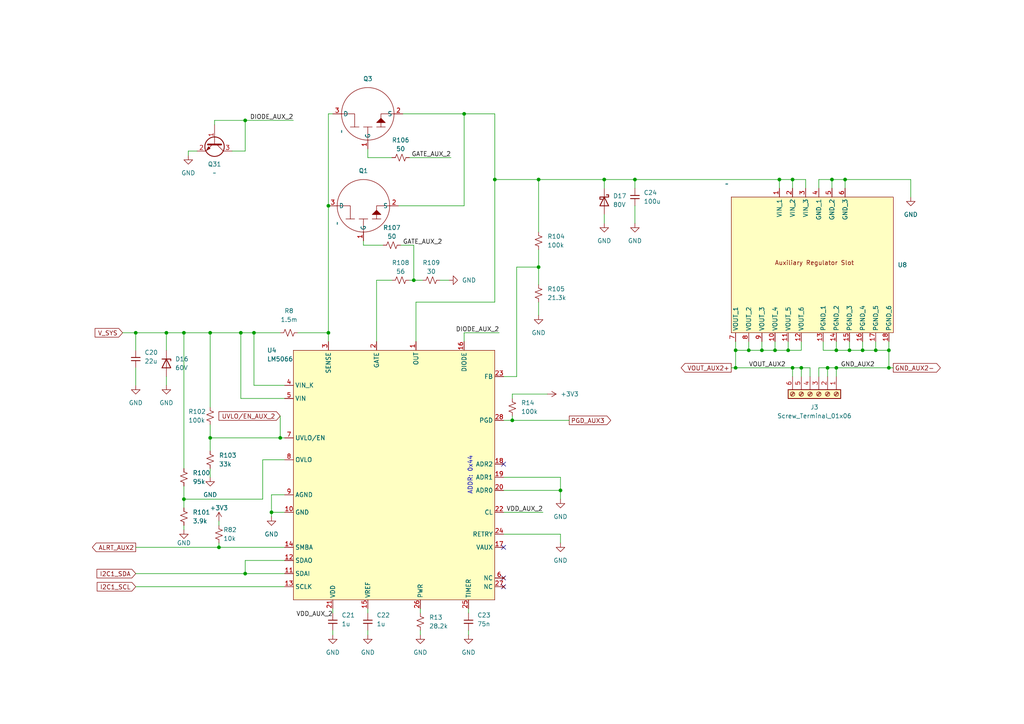
<source format=kicad_sch>
(kicad_sch (version 20230121) (generator eeschema)
  (paper "A4")
  (title_block (title "Bender 2024 Power Supply") (company "Boise State University") (comment 1 "GND  = Battery Ground") (comment 2 "GND1 = RP2040 Ground"))
  (lib_symbols
    (symbol "Connector:Screw_Terminal_01x06" (pin_names (offset 1.016) hide)
      (property "Reference" "J" (at 0 7.62 0))
      (property "Value" "Screw_Terminal_01x06" (at 0 -10.16 0))
      (symbol "Screw_Terminal_01x06_1_1"
        (rectangle (start -1.27 6.35) (end 1.27 -8.89) (stroke (width 0.254)) (fill (type background)))
        (circle (center 0 -7.62) (radius 0.635) (stroke (width 0.1524)))
        (circle (center 0 -5.08) (radius 0.635) (stroke (width 0.1524)))
        (circle (center 0 -2.54) (radius 0.635) (stroke (width 0.1524)))
        (polyline (pts (xy -0.5334 -7.2898) (xy 0.3302 -8.128)) (stroke (width 0.1524)))
        (polyline (pts (xy -0.5334 -4.7498) (xy 0.3302 -5.588)) (stroke (width 0.1524)))
        (polyline (pts (xy -0.5334 -2.2098) (xy 0.3302 -3.048)) (stroke (width 0.1524)))
        (polyline (pts (xy -0.5334 0.3302) (xy 0.3302 -0.508)) (stroke (width 0.1524)))
        (polyline (pts (xy -0.5334 2.8702) (xy 0.3302 2.032)) (stroke (width 0.1524)))
        (polyline (pts (xy -0.5334 5.4102) (xy 0.3302 4.572)) (stroke (width 0.1524)))
        (polyline (pts (xy -0.3556 -7.112) (xy 0.508 -7.9502)) (stroke (width 0.1524)))
        (polyline (pts (xy -0.3556 -4.572) (xy 0.508 -5.4102)) (stroke (width 0.1524)))
        (polyline (pts (xy -0.3556 -2.032) (xy 0.508 -2.8702)) (stroke (width 0.1524)))
        (polyline (pts (xy -0.3556 0.508) (xy 0.508 -0.3302)) (stroke (width 0.1524)))
        (polyline (pts (xy -0.3556 3.048) (xy 0.508 2.2098)) (stroke (width 0.1524)))
        (polyline (pts (xy -0.3556 5.588) (xy 0.508 4.7498)) (stroke (width 0.1524)))
        (circle (center 0 0) (radius 0.635) (stroke (width 0.1524)))
        (circle (center 0 2.54) (radius 0.635) (stroke (width 0.1524)))
        (circle (center 0 5.08) (radius 0.635) (stroke (width 0.1524)))
        (pin passive line (at -5.08 5.08 0) (length 3.81) (name "Pin_1") (number "1"))
        (pin passive line (at -5.08 2.54 0) (length 3.81) (name "Pin_2") (number "2"))
        (pin passive line (at -5.08 0 0) (length 3.81) (name "Pin_3") (number "3"))
        (pin passive line (at -5.08 -2.54 0) (length 3.81) (name "Pin_4") (number "4"))
        (pin passive line (at -5.08 -5.08 0) (length 3.81) (name "Pin_5") (number "5"))
        (pin passive line (at -5.08 -7.62 0) (length 3.81) (name "Pin_6") (number "6"))
      )
    )
    (symbol "Device:D_Schottky" (pin_numbers hide) (pin_names (offset 1.016) hide)
      (property "Reference" "D" (at 0 2.54 0))
      (property "Value" "D_Schottky" (at 0 -2.54 0))
      (symbol "D_Schottky_0_1"
        (polyline (pts (xy 1.27 0) (xy -1.27 0)))
        (polyline (pts (xy 1.27 1.27) (xy 1.27 -1.27) (xy -1.27 0) (xy 1.27 1.27)) (stroke (width 0.254)))
        (polyline (pts (xy -1.905 0.635) (xy -1.905 1.27) (xy -1.27 1.27) (xy -1.27 -1.27) (xy -0.635 -1.27) (xy -0.635 -0.635)) (stroke (width 0.254)))
      )
      (symbol "D_Schottky_1_1"
        (pin passive line (at -3.81 0 0) (length 2.54) (name "K") (number "1"))
        (pin passive line (at 3.81 0 180) (length 2.54) (name "A") (number "2"))
      )
    )
    (symbol "Device:D_Zener" (pin_numbers hide) (pin_names (offset 1.016) hide)
      (property "Reference" "D" (at 0 2.54 0))
      (property "Value" "D_Zener" (at 0 -2.54 0))
      (symbol "D_Zener_0_1"
        (polyline (pts (xy 1.27 0) (xy -1.27 0)))
        (polyline (pts (xy -1.27 -1.27) (xy -1.27 1.27) (xy -0.762 1.27)) (stroke (width 0.254)))
        (polyline (pts (xy 1.27 -1.27) (xy 1.27 1.27) (xy -1.27 0) (xy 1.27 -1.27)) (stroke (width 0.254)))
      )
      (symbol "D_Zener_1_1"
        (pin passive line (at -3.81 0 0) (length 2.54) (name "K") (number "1"))
        (pin passive line (at 3.81 0 180) (length 2.54) (name "A") (number "2"))
      )
    )
    (symbol "Device:R_Small_US" (pin_numbers hide) (pin_names (offset 0.254) hide)
      (property "Reference" "R" (at 0.762 0.508 0))
      (property "Value" "R_Small_US" (at 0.762 -1.016 0))
      (symbol "R_Small_US_1_1"
        (polyline (pts (xy 0 0) (xy 1.016 -0.381) (xy 0 -0.762) (xy -1.016 -1.143) (xy 0 -1.524)))
        (polyline (pts (xy 0 1.524) (xy 1.016 1.143) (xy 0 0.762) (xy -1.016 0.381) (xy 0 0)))
        (pin passive line (at 0 2.54 270) (length 1.016) (name "~") (number "1"))
        (pin passive line (at 0 -2.54 90) (length 1.016) (name "~") (number "2"))
      )
    )
    (symbol "Nexperia:GAN3R2-100CBE"
      (property "Reference" "Q" (at 0 0 0))
      (symbol "GAN3R2-100CBE_0_1"
        (polyline (pts (xy 3.81 -10.16) (xy 3.81 -12.7)))
        (polyline (pts (xy 3.81 -7.62) (xy 0 -7.62)))
        (polyline (pts (xy 3.81 -6.35) (xy 3.81 -8.89)))
        (polyline (pts (xy 3.81 -2.54) (xy 3.81 -5.08)))
        (polyline (pts (xy 3.81 -11.43) (xy 7.62 -11.43) (xy 7.62 -15.24)))
        (polyline (pts (xy 3.81 -3.81) (xy 7.62 -3.81) (xy 7.62 0)))
        (circle (center 7.62 -7.62) (radius 7.62))
      )
      (symbol "GAN3R2-100CBE_1_1"
        (polyline (pts (xy 6.35 -11.43) (xy 5.08 -10.16) (xy 5.08 -12.7) (xy 6.35 -11.43)) (fill (type outline)))
        (pin input line (at -2.54 -7.62 0) (length 2.54) (name "G") (number "1"))
        (pin power_out line (at 7.62 -17.78 90) (length 2.54) (name "S") (number "2"))
        (pin power_in line (at 7.62 2.54 270) (length 2.54) (name "D") (number "3"))
      )
    )
    (symbol "PCM_Generic-50:C,IEC" (pin_numbers hide) (pin_names (offset 0) hide)
      (property "Reference" "C" (at 1.27 1.27 0))
      (property "Value" "C,IEC" (at 1.27 -1.27 0))
      (property "Indicator" "+" (at -1.27 1.27 0))
      (symbol "C,IEC_1_1"
        (polyline (pts (xy -1.27 -0.4572) (xy 1.27 -0.4572)) (stroke (width 0.254)))
        (polyline (pts (xy -1.27 0.4572) (xy 1.27 0.4572)) (stroke (width 0.254)))
        (pin passive line (at 0 2.54 270) (length 2.0828) (name "+") (number "1"))
        (pin passive line (at 0 -2.54 90) (length 2.0828) (name "-") (number "2"))
      )
    )
    (symbol "TI.Library:LM5066"
      (property "Reference" "U" (at 0 1.27 0))
      (property "Value" "LM5066" (at 3.81 -77.47 0))
      (symbol "LM5066_1_1"
        (rectangle (start 0 -2.54) (end 58.42 -74.93) (fill (type background)))
        (pin power_out line (at 35.56 0 270) (length 2.54) (name "OUT") (number "1"))
        (pin power_in line (at -2.54 -49.53 0) (length 2.54) (name "GND") (number "10"))
        (pin input line (at -2.54 -67.31 0) (length 2.54) (name "SDAI") (number "11"))
        (pin output line (at -2.54 -63.5 0) (length 2.54) (name "SDAO") (number "12"))
        (pin bidirectional line (at -2.54 -71.12 0) (length 2.54) (name "SCLK") (number "13"))
        (pin output line (at -2.54 -59.69 0) (length 2.54) (name "SMBA") (number "14"))
        (pin input line (at 21.59 -77.47 90) (length 2.54) (name "VREF") (number "15"))
        (pin output line (at 49.53 0 270) (length 2.54) (name "DIODE") (number "16"))
        (pin power_in line (at 60.96 -59.69 180) (length 2.54) (name "VAUX") (number "17"))
        (pin tri_state line (at 60.96 -35.56 180) (length 2.54) (name "ADR2") (number "18"))
        (pin tri_state line (at 60.96 -39.37 180) (length 2.54) (name "ADR1") (number "19"))
        (pin output line (at 24.13 0 270) (length 2.54) (name "GATE") (number "2"))
        (pin tri_state line (at 60.96 -43.18 180) (length 2.54) (name "ADR0") (number "20"))
        (pin output line (at 11.43 -77.47 90) (length 2.54) (name "VDD") (number "21"))
        (pin input line (at 60.96 -49.53 180) (length 2.54) (name "CL") (number "22"))
        (pin input line (at 60.96 -10.16 180) (length 2.54) (name "FB") (number "23"))
        (pin tri_state line (at 60.96 -55.88 180) (length 2.54) (name "RETRY") (number "24"))
        (pin unspecified line (at 50.8 -77.47 90) (length 2.54) (name "TIMER") (number "25"))
        (pin input line (at 36.83 -77.47 90) (length 2.54) (name "PWR") (number "26"))
        (pin no_connect line (at 60.96 -71.12 180) (length 2.54) (name "NC") (number "27"))
        (pin output line (at 60.96 -22.86 180) (length 2.54) (name "PGD") (number "28"))
        (pin input line (at 10.16 0 270) (length 2.54) (name "SENSE") (number "3"))
        (pin power_in line (at -2.54 -12.7 0) (length 2.54) (name "VIN_K") (number "4"))
        (pin power_in line (at -2.54 -16.51 0) (length 2.54) (name "VIN") (number "5"))
        (pin no_connect line (at 60.96 -68.58 180) (length 2.54) (name "NC") (number "6"))
        (pin input line (at -2.54 -27.94 0) (length 2.54) (name "UVLO/EN") (number "7"))
        (pin input line (at -2.54 -34.29 0) (length 2.54) (name "OVLO") (number "8"))
        (pin power_in line (at -2.54 -44.45 0) (length 2.54) (name "AGND") (number "9"))
      )
    )
    (symbol "Transistor_BJT:BC817" (pin_names (offset 0) hide)
      (property "Reference" "Q" (at 5.08 1.905 0))
      (property "Value" "BC817" (at 5.08 0 0))
      (symbol "BC817_0_1"
        (polyline (pts (xy 0.635 0.635) (xy 2.54 2.54)))
        (polyline (pts (xy 0.635 -0.635) (xy 2.54 -2.54) (xy 2.54 -2.54)))
        (polyline (pts (xy 0.635 1.905) (xy 0.635 -1.905) (xy 0.635 -1.905)) (stroke (width 0.508)))
        (polyline (pts (xy 1.27 -1.778) (xy 1.778 -1.27) (xy 2.286 -2.286) (xy 1.27 -1.778) (xy 1.27 -1.778)) (fill (type outline)))
        (circle (center 1.27 0) (radius 2.8194) (stroke (width 0.254)))
      )
      (symbol "BC817_1_1"
        (pin input line (at -5.08 0 0) (length 5.715) (name "B") (number "1"))
        (pin passive line (at 2.54 -5.08 90) (length 2.54) (name "E") (number "2"))
        (pin passive line (at 2.54 5.08 270) (length 2.54) (name "C") (number "3"))
      )
    )
    (symbol "power:+3V3" (power) (pin_names (offset 0))
      (property "Value" "+3V3" (at 0 3.556 0))
      (symbol "+3V3_0_1"
        (polyline (pts (xy -0.762 1.27) (xy 0 2.54)))
        (polyline (pts (xy 0 0) (xy 0 2.54)))
        (polyline (pts (xy 0 2.54) (xy 0.762 1.27)))
      )
      (symbol "+3V3_1_1"
        (pin power_in line (at 0 0 90) (length 0) hide (name "+3V3") (number "1"))
      )
    )
    (symbol "power:GND" (power) (pin_names (offset 0))
      (property "Value" "GND" (at 0 -3.81 0))
      (symbol "GND_0_1"
        (polyline (pts (xy 0 0) (xy 0 -1.27) (xy 1.27 -1.27) (xy 0 -2.54) (xy -1.27 -1.27) (xy 0 -1.27)))
      )
      (symbol "GND_1_1"
        (pin power_in line (at 0 0 270) (length 0) hide (name "GND") (number "1"))
      )
    )
    (symbol "regulator_slot:6_IN_12_OUT"
      (property "Reference" "U" (at 0 0 0))
      (symbol "6_IN_12_OUT_1_1"
        (rectangle (start 1.27 -3.81) (end 48.26 -43.18) (fill (type background)))
        (text "Auxiliary Regulator Slot" (at 25.4 -22.86 0) (effects (font (size 1.27 1.27))))
        (pin power_in line (at 15.24 -1.27 270) (length 2.54) (name "VIN_1") (number "1"))
        (pin power_out line (at 13.97 -45.72 90) (length 2.54) (name "VOUT_4") (number "10"))
        (pin power_out line (at 17.78 -45.72 90) (length 2.54) (name "VOUT_5") (number "11"))
        (pin power_out line (at 21.59 -45.72 90) (length 2.54) (name "VOUT_6") (number "12"))
        (pin power_out line (at 27.94 -45.72 90) (length 2.54) (name "PGND_1") (number "13"))
        (pin power_out line (at 31.75 -45.72 90) (length 2.54) (name "PGND_2") (number "14"))
        (pin power_out line (at 35.56 -45.72 90) (length 2.54) (name "PGND_3") (number "15"))
        (pin power_out line (at 39.37 -45.72 90) (length 2.54) (name "PGND_4") (number "16"))
        (pin power_out line (at 43.18 -45.72 90) (length 2.54) (name "PGND_5") (number "17"))
        (pin power_out line (at 46.99 -45.72 90) (length 2.54) (name "PGND_6") (number "18"))
        (pin power_in line (at 19.05 -1.27 270) (length 2.54) (name "VIN_2") (number "2"))
        (pin power_in line (at 22.86 -1.27 270) (length 2.54) (name "VIN_3") (number "3"))
        (pin power_in line (at 26.67 -1.27 270) (length 2.54) (name "GND_1") (number "4"))
        (pin power_in line (at 30.48 -1.27 270) (length 2.54) (name "GND_2") (number "5"))
        (pin power_in line (at 34.29 -1.27 270) (length 2.54) (name "GND_3") (number "6"))
        (pin power_out line (at 2.54 -45.72 90) (length 2.54) (name "VOUT_1") (number "7"))
        (pin power_out line (at 6.35 -45.72 90) (length 2.54) (name "VOUT_2") (number "8"))
        (pin power_out line (at 10.16 -45.72 90) (length 2.54) (name "VOUT_3") (number "9"))
      )
    )
  )
  (junction (at 257.81 101.6))
  (junction (at 53.34 96.52))
  (junction (at 220.98 101.6))
  (junction (at 213.36 101.6))
  (junction (at 71.12 34.925))
  (junction (at 71.12 166.37))
  (junction (at 143.51 52.07))
  (junction (at 134.62 33.02))
  (junction (at 246.38 101.6))
  (junction (at 254 101.6))
  (junction (at 229.87 52.07))
  (junction (at 228.6 101.6))
  (junction (at 232.41 106.68))
  (junction (at 53.34 144.78))
  (junction (at 242.57 106.68))
  (junction (at 242.57 101.6))
  (junction (at 81.28 127))
  (junction (at 226.06 52.07))
  (junction (at 213.36 106.68))
  (junction (at 60.96 96.52))
  (junction (at 240.03 106.68))
  (junction (at 245.11 52.07))
  (junction (at 120.015 81.28))
  (junction (at 162.56 142.24))
  (junction (at 48.26 96.52))
  (junction (at 250.19 101.6))
  (junction (at 241.3 52.07))
  (junction (at 224.79 101.6))
  (junction (at 257.81 106.68))
  (junction (at 175.26 52.07))
  (junction (at 69.85 96.52))
  (junction (at 156.21 77.47))
  (junction (at 184.15 52.07))
  (junction (at 229.87 106.68))
  (junction (at 156.21 52.07))
  (junction (at 39.37 96.52))
  (junction (at 73.66 96.52))
  (junction (at 60.96 127))
  (junction (at 95.25 96.52))
  (junction (at 148.59 121.92))
  (junction (at 95.25 59.69))
  (junction (at 63.5 158.75))
  (junction (at 78.74 148.59))
  (junction (at 217.17 101.6))
  (no_connect (at 146.05 167.64))
  (no_connect (at 146.05 158.75))
  (no_connect (at 146.05 134.62))
  (no_connect (at 146.05 170.18))
  (wire (pts (xy 240.03 106.68) (xy 242.57 106.68)))
  (wire (pts (xy 86.36 96.52) (xy 95.25 96.52)))
  (wire (pts (xy 69.85 96.52) (xy 69.85 115.57)))
  (wire (pts (xy 156.21 87.63) (xy 156.21 91.44)))
  (wire (pts (xy 156.21 77.47) (xy 156.21 82.55)))
  (wire (pts (xy 149.86 109.22) (xy 149.86 77.47)))
  (wire (pts (xy 53.34 96.52) (xy 53.34 135.89)))
  (wire (pts (xy 232.41 99.06) (xy 232.41 101.6)))
  (wire (pts (xy 148.59 114.3) (xy 148.59 115.57)))
  (wire (pts (xy 237.49 54.61) (xy 237.49 52.07)))
  (wire (pts (xy 109.22 81.28) (xy 109.22 99.06)))
  (wire (pts (xy 95.25 99.06) (xy 95.25 96.52)))
  (wire (pts (xy 63.5 158.75) (xy 82.55 158.75)))
  (wire (pts (xy 246.38 99.06) (xy 246.38 101.6)))
  (wire (pts (xy 39.37 106.68) (xy 39.37 111.76)))
  (wire (pts (xy 39.37 158.75) (xy 63.5 158.75)))
  (wire (pts (xy 134.62 33.02) (xy 134.62 59.69)))
  (wire (pts (xy 113.665 81.28) (xy 109.22 81.28)))
  (wire (pts (xy 226.06 52.07) (xy 226.06 54.61)))
  (wire (pts (xy 238.76 99.06) (xy 238.76 101.6)))
  (wire (pts (xy 257.81 101.6) (xy 257.81 99.06)))
  (wire (pts (xy 53.34 96.52) (xy 60.96 96.52)))
  (wire (pts (xy 60.96 127) (xy 60.96 130.81)))
  (wire (pts (xy 232.41 101.6) (xy 228.6 101.6)))
  (wire (pts (xy 146.05 121.92) (xy 148.59 121.92)))
  (wire (pts (xy 175.26 52.07) (xy 175.26 54.61)))
  (wire (pts (xy 116.205 71.12) (xy 120.015 71.12)))
  (wire (pts (xy 217.17 99.06) (xy 217.17 101.6)))
  (wire (pts (xy 82.55 162.56) (xy 71.12 162.56)))
  (wire (pts (xy 121.92 182.88) (xy 121.92 184.15)))
  (wire (pts (xy 82.55 148.59) (xy 78.74 148.59)))
  (wire (pts (xy 175.26 52.07) (xy 184.15 52.07)))
  (wire (pts (xy 148.59 114.3) (xy 158.75 114.3)))
  (wire (pts (xy 229.87 106.68) (xy 229.87 109.22)))
  (wire (pts (xy 67.31 43.815) (xy 71.12 43.815)))
  (wire (pts (xy 48.26 96.52) (xy 53.34 96.52)))
  (wire (pts (xy 242.57 106.68) (xy 257.81 106.68)))
  (wire (pts (xy 229.87 52.07) (xy 229.87 54.61)))
  (wire (pts (xy 62.23 36.195) (xy 62.23 34.925)))
  (wire (pts (xy 48.26 96.52) (xy 48.26 101.6)))
  (wire (pts (xy 60.96 135.89) (xy 60.96 138.43)))
  (wire (pts (xy 146.05 109.22) (xy 149.86 109.22)))
  (wire (pts (xy 245.11 52.07) (xy 264.16 52.07)))
  (wire (pts (xy 146.05 142.24) (xy 162.56 142.24)))
  (wire (pts (xy 232.41 106.68) (xy 232.41 109.22)))
  (wire (pts (xy 162.56 138.43) (xy 162.56 142.24)))
  (wire (pts (xy 106.68 182.88) (xy 106.68 184.15)))
  (wire (pts (xy 118.745 45.72) (xy 130.81 45.72)))
  (wire (pts (xy 116.84 33.02) (xy 134.62 33.02)))
  (wire (pts (xy 115.57 59.69) (xy 134.62 59.69)))
  (wire (pts (xy 241.3 52.07) (xy 245.11 52.07)))
  (wire (pts (xy 250.19 101.6) (xy 254 101.6)))
  (wire (pts (xy 254 101.6) (xy 257.81 101.6)))
  (wire (pts (xy 146.05 138.43) (xy 162.56 138.43)))
  (wire (pts (xy 95.25 33.02) (xy 95.25 59.69)))
  (wire (pts (xy 39.37 96.52) (xy 39.37 101.6)))
  (wire (pts (xy 53.34 144.78) (xy 53.34 147.32)))
  (wire (pts (xy 106.68 45.72) (xy 113.665 45.72)))
  (wire (pts (xy 39.37 170.18) (xy 82.55 170.18)))
  (wire (pts (xy 81.28 127) (xy 82.55 127)))
  (wire (pts (xy 212.09 106.68) (xy 213.36 106.68)))
  (wire (pts (xy 162.56 142.24) (xy 162.56 144.78)))
  (wire (pts (xy 134.62 99.06) (xy 134.62 96.52)))
  (wire (pts (xy 224.79 99.06) (xy 224.79 101.6)))
  (wire (pts (xy 63.5 157.48) (xy 63.5 158.75)))
  (wire (pts (xy 246.38 101.6) (xy 250.19 101.6)))
  (wire (pts (xy 175.26 62.23) (xy 175.26 64.77)))
  (wire (pts (xy 76.2 133.35) (xy 76.2 144.78)))
  (wire (pts (xy 105.41 71.12) (xy 105.41 69.85)))
  (wire (pts (xy 60.96 127) (xy 81.28 127)))
  (wire (pts (xy 71.12 166.37) (xy 82.55 166.37)))
  (wire (pts (xy 53.34 152.4) (xy 53.34 153.67)))
  (wire (pts (xy 146.05 154.94) (xy 162.56 154.94)))
  (wire (pts (xy 121.92 176.53) (xy 121.92 177.8)))
  (wire (pts (xy 96.52 182.88) (xy 96.52 184.15)))
  (wire (pts (xy 220.98 99.06) (xy 220.98 101.6)))
  (wire (pts (xy 213.36 101.6) (xy 213.36 106.68)))
  (wire (pts (xy 148.59 121.92) (xy 165.1 121.92)))
  (wire (pts (xy 156.21 52.07) (xy 156.21 67.31)))
  (wire (pts (xy 96.52 176.53) (xy 96.52 177.8)))
  (wire (pts (xy 184.15 52.07) (xy 226.06 52.07)))
  (wire (pts (xy 241.3 52.07) (xy 241.3 54.61)))
  (wire (pts (xy 120.015 81.28) (xy 122.555 81.28)))
  (wire (pts (xy 242.57 101.6) (xy 246.38 101.6)))
  (wire (pts (xy 134.62 96.52) (xy 144.78 96.52)))
  (wire (pts (xy 57.15 43.815) (xy 54.61 43.815)))
  (wire (pts (xy 226.06 52.07) (xy 229.87 52.07)))
  (wire (pts (xy 257.81 106.68) (xy 259.08 106.68)))
  (wire (pts (xy 146.05 148.59) (xy 157.48 148.59)))
  (wire (pts (xy 229.87 106.68) (xy 232.41 106.68)))
  (wire (pts (xy 237.49 52.07) (xy 241.3 52.07)))
  (wire (pts (xy 224.79 101.6) (xy 220.98 101.6)))
  (wire (pts (xy 237.49 106.68) (xy 240.03 106.68)))
  (wire (pts (xy 96.52 33.02) (xy 95.25 33.02)))
  (wire (pts (xy 78.74 148.59) (xy 78.74 149.86)))
  (wire (pts (xy 76.2 133.35) (xy 82.55 133.35)))
  (wire (pts (xy 39.37 166.37) (xy 71.12 166.37)))
  (wire (pts (xy 143.51 33.02) (xy 143.51 52.07)))
  (wire (pts (xy 81.28 120.65) (xy 81.28 127)))
  (wire (pts (xy 184.15 52.07) (xy 184.15 54.61)))
  (wire (pts (xy 69.85 96.52) (xy 73.66 96.52)))
  (wire (pts (xy 238.76 101.6) (xy 242.57 101.6)))
  (wire (pts (xy 78.74 143.51) (xy 82.55 143.51)))
  (wire (pts (xy 233.68 52.07) (xy 233.68 54.61)))
  (wire (pts (xy 111.125 71.12) (xy 105.41 71.12)))
  (wire (pts (xy 242.57 106.68) (xy 242.57 109.22)))
  (wire (pts (xy 82.55 115.57) (xy 69.85 115.57)))
  (wire (pts (xy 95.25 59.69) (xy 95.25 96.52)))
  (wire (pts (xy 71.12 34.925) (xy 85.09 34.925)))
  (wire (pts (xy 76.2 144.78) (xy 53.34 144.78)))
  (wire (pts (xy 39.37 96.52) (xy 48.26 96.52)))
  (wire (pts (xy 184.15 59.69) (xy 184.15 64.77)))
  (wire (pts (xy 228.6 99.06) (xy 228.6 101.6)))
  (wire (pts (xy 60.96 96.52) (xy 60.96 118.11)))
  (wire (pts (xy 120.015 71.12) (xy 120.015 81.28)))
  (wire (pts (xy 148.59 121.92) (xy 148.59 120.65)))
  (wire (pts (xy 60.96 96.52) (xy 69.85 96.52)))
  (wire (pts (xy 245.11 52.07) (xy 245.11 54.61)))
  (wire (pts (xy 242.57 99.06) (xy 242.57 101.6)))
  (wire (pts (xy 127.635 81.28) (xy 130.175 81.28)))
  (wire (pts (xy 120.65 99.06) (xy 120.65 87.63)))
  (wire (pts (xy 250.19 99.06) (xy 250.19 101.6)))
  (wire (pts (xy 234.95 109.22) (xy 234.95 106.68)))
  (wire (pts (xy 118.745 81.28) (xy 120.015 81.28)))
  (wire (pts (xy 254 99.06) (xy 254 101.6)))
  (wire (pts (xy 143.51 87.63) (xy 143.51 52.07)))
  (wire (pts (xy 143.51 52.07) (xy 156.21 52.07)))
  (wire (pts (xy 78.74 143.51) (xy 78.74 148.59)))
  (wire (pts (xy 63.5 151.13) (xy 63.5 152.4)))
  (wire (pts (xy 234.95 106.68) (xy 232.41 106.68)))
  (wire (pts (xy 35.56 96.52) (xy 39.37 96.52)))
  (wire (pts (xy 156.21 72.39) (xy 156.21 77.47)))
  (wire (pts (xy 162.56 154.94) (xy 162.56 157.48)))
  (wire (pts (xy 71.12 43.815) (xy 71.12 34.925)))
  (wire (pts (xy 134.62 33.02) (xy 143.51 33.02)))
  (wire (pts (xy 62.23 34.925) (xy 71.12 34.925)))
  (wire (pts (xy 156.21 52.07) (xy 175.26 52.07)))
  (wire (pts (xy 229.87 52.07) (xy 233.68 52.07)))
  (wire (pts (xy 228.6 101.6) (xy 224.79 101.6)))
  (wire (pts (xy 73.66 111.76) (xy 82.55 111.76)))
  (wire (pts (xy 149.86 77.47) (xy 156.21 77.47)))
  (wire (pts (xy 135.89 176.53) (xy 135.89 177.8)))
  (wire (pts (xy 213.36 106.68) (xy 229.87 106.68)))
  (wire (pts (xy 53.34 140.97) (xy 53.34 144.78)))
  (wire (pts (xy 71.12 162.56) (xy 71.12 166.37)))
  (wire (pts (xy 54.61 43.815) (xy 54.61 45.085)))
  (wire (pts (xy 217.17 101.6) (xy 213.36 101.6)))
  (wire (pts (xy 48.26 109.22) (xy 48.26 111.76)))
  (wire (pts (xy 60.96 123.19) (xy 60.96 127)))
  (wire (pts (xy 135.89 182.88) (xy 135.89 184.15)))
  (wire (pts (xy 237.49 109.22) (xy 237.49 106.68)))
  (wire (pts (xy 106.68 43.18) (xy 106.68 45.72)))
  (wire (pts (xy 240.03 106.68) (xy 240.03 109.22)))
  (wire (pts (xy 220.98 101.6) (xy 217.17 101.6)))
  (wire (pts (xy 257.81 101.6) (xy 257.81 106.68)))
  (wire (pts (xy 81.28 96.52) (xy 73.66 96.52)))
  (wire (pts (xy 106.68 176.53) (xy 106.68 177.8)))
  (wire (pts (xy 73.66 96.52) (xy 73.66 111.76)))
  (wire (pts (xy 120.65 87.63) (xy 143.51 87.63)))
  (wire (pts (xy 213.36 101.6) (xy 213.36 99.06)))
  (wire (pts (xy 264.16 52.07) (xy 264.16 57.15)))
  (text "ADDR: 0x44" (at 137.16 143.51 90) (effects (font (size 1.27 1.27)) (justify left bottom)))
  (label "GND_AUX2" (at 243.84 106.68 0))
  (label "VDD_AUX_2" (at 157.48 148.59 180))
  (label "GATE_AUX_2" (at 130.81 45.72 180))
  (label "DIODE_AUX_2" (at 85.09 34.925 180))
  (label "DIODE_AUX_2" (at 144.78 96.52 180))
  (label "VOUT_AUX2" (at 217.17 106.68 0))
  (label "GATE_AUX_2" (at 116.84 71.12 0))
  (label "VDD_AUX_2" (at 96.52 179.07 180))
  (global_label "I2C1_SDA" (shape input) (at 39.37 166.37 180) (property "Intersheetrefs" "${INTERSHEET_REFS}" (effects hide)))
  (global_label "ALRT_AUX2" (shape output) (at 39.37 158.75 180) (property "Intersheetrefs" "${INTERSHEET_REFS}" (effects hide)))
  (global_label "VOUT_AUX2+" (shape output) (at 212.09 106.68 180) (property "Intersheetrefs" "${INTERSHEET_REFS}" (effects hide)))
  (global_label "PGD_AUX3" (shape output) (at 165.1 121.92 0) (property "Intersheetrefs" "${INTERSHEET_REFS}" (effects hide)))
  (global_label "UVLO{slash}EN_AUX_2" (shape input) (at 81.28 120.65 180) (property "Intersheetrefs" "${INTERSHEET_REFS}" (effects hide)))
  (global_label "I2C1_SCL" (shape input) (at 39.37 170.18 180) (property "Intersheetrefs" "${INTERSHEET_REFS}" (effects hide)))
  (global_label "V_SYS" (shape input) (at 35.56 96.52 180) (property "Intersheetrefs" "${INTERSHEET_REFS}" (effects hide)))
  (global_label "GND_AUX2-" (shape output) (at 259.08 106.68 0) (property "Intersheetrefs" "${INTERSHEET_REFS}" (effects hide)))
  (symbol (lib_id "power:GND") (at 264.16 57.15 0) (unit 1)
    (property "Reference" "#PWR040" (effects hide))
    (property "Value" "GND" (at 264.16 62.23 0))
    (instances (project "2023-24_Power_Supply" (path "" (reference "#PWR040") (unit 1)) (path "" (reference "#PWR0170") (unit 1))))
  )
  (symbol (lib_id "Device:R_Small_US") (at 53.34 138.43 180) (unit 1)
    (property "Reference" "R100" (at 55.88 137.16 0) (effects (justify right)))
    (property "Value" "95k" (at 55.88 139.7 0) (effects (justify right)))
    (property "Footprint" "Resistor_SMD:R_0603_1608Metric" (effects hide))
    (instances (project "2023-24_Power_Supply" (path "" (reference "R100") (unit 1)) (path "" (reference "R127") (unit 1))))
  )
  (symbol (lib_id "Device:R_Small_US") (at 113.665 71.12 90) (unit 1)
    (property "Reference" "R107" (at 113.665 66.04 90))
    (property "Value" "50" (at 113.665 68.58 90))
    (property "Footprint" "Resistor_SMD:R_0603_1608Metric" (effects hide))
    (property "MPN" "CRCW060350R0FKTA" (effects hide))
    (instances (project "2023-24_Power_Supply" (path "" (reference "R107") (unit 1)) (path "" (reference "R119") (unit 1))))
  )
  (symbol (lib_id "power:GND") (at 175.26 64.77 0) (unit 1)
    (property "Reference" "#PWR039" (effects hide))
    (property "Value" "GND" (at 175.26 69.85 0))
    (instances (project "2023-24_Power_Supply" (path "" (reference "#PWR039") (unit 1)) (path "" (reference "#PWR0171") (unit 1))))
  )
  (symbol (lib_id "power:GND") (at 130.175 81.28 90) (unit 1)
    (property "Reference" "#PWR0170" (effects hide))
    (property "Value" "GND" (at 133.985 81.28 90) (effects (justify right)))
    (instances (project "2023-24_Power_Supply" (path "" (reference "#PWR0170") (unit 1)) (path "" (reference "#PWR0173") (unit 1))))
  )
  (symbol (lib_id "power:GND") (at 162.56 157.48 0) (unit 1)
    (property "Reference" "#PWR038" (effects hide))
    (property "Value" "GND" (at 162.56 162.56 0))
    (instances (project "2023-24_Power_Supply" (path "" (reference "#PWR038") (unit 1)) (path "" (reference "#PWR0185") (unit 1))))
  )
  (symbol (lib_id "Device:R_Small_US") (at 63.5 154.94 0) (unit 1)
    (property "Reference" "R82" (at 64.77 153.67 0) (effects (justify left)))
    (property "Value" "10k" (at 64.77 156.21 0) (effects (justify left)))
    (property "Footprint" "Resistor_SMD:R_0603_1608Metric" (effects hide))
    (instances (project "2023-24_Power_Supply" (path "" (reference "R82") (unit 1)) (path "" (reference "R80") (unit 1)) (path "" (reference "R17") (unit 1)) (path "" (reference "R129") (unit 1))))
  )
  (symbol (lib_id "power:+3V3") (at 158.75 114.3 270) (unit 1)
    (property "Reference" "#PWR011" (effects hide))
    (property "Value" "+3V3" (at 162.56 114.3 90) (effects (justify left)))
    (instances (project "2023-24_Power_Supply" (path "" (reference "#PWR011") (unit 1)) (path "" (reference "#PWR0162") (unit 1)) (path "" (reference "#PWR0177") (unit 1))))
  )
  (symbol (lib_id "PCM_Generic-50:C,IEC") (at 106.68 180.34 0) (unit 1)
    (property "Reference" "C22" (at 109.22 178.435 0) (effects (justify left)))
    (property "Value" "1u" (at 109.22 180.975 0) (effects (justify left)))
    (property "Footprint" "Capacitor_SMD:C_0603_1608Metric" (effects hide))
    (property "Indicator" "+" (effects hide))
    (instances (project "2023-24_Power_Supply" (path "" (reference "C22") (unit 1)) (path "" (reference "C71") (unit 1))))
  )
  (symbol (lib_id "power:GND") (at 60.96 138.43 0) (unit 1)
    (property "Reference" "#PWR029" (effects hide))
    (property "Value" "GND" (at 60.96 143.51 0))
    (instances (project "2023-24_Power_Supply" (path "" (reference "#PWR029") (unit 1)) (path "" (reference "#PWR0181") (unit 1))))
  )
  (symbol (lib_id "PCM_Generic-50:C,IEC") (at 96.52 180.34 0) (unit 1)
    (property "Reference" "C21" (at 99.06 178.435 0) (effects (justify left)))
    (property "Value" "1u" (at 99.06 180.975 0) (effects (justify left)))
    (property "Footprint" "Capacitor_SMD:C_0603_1608Metric" (effects hide))
    (property "Indicator" "+" (effects hide))
    (instances (project "2023-24_Power_Supply" (path "" (reference "C21") (unit 1)) (path "" (reference "C70") (unit 1))))
  )
  (symbol (lib_id "Device:R_Small_US") (at 116.205 81.28 90) (unit 1)
    (property "Reference" "R108" (at 116.205 76.2 90))
    (property "Value" "56" (at 116.205 78.74 90))
    (property "Footprint" "Resistor_SMD:R_2512_6332Metric" (effects hide))
    (property "MPN" "352256RFT" (effects hide))
    (property "Manufacturer" "TE Connectivity" (effects hide))
    (instances (project "2023-24_Power_Supply" (path "" (reference "R108") (unit 1)) (path "" (reference "R120") (unit 1))))
  )
  (symbol (lib_id "power:GND") (at 106.68 184.15 0) (unit 1)
    (property "Reference" "#PWR035" (effects hide))
    (property "Value" "GND" (at 106.68 189.23 0))
    (instances (project "2023-24_Power_Supply" (path "" (reference "#PWR035") (unit 1)) (path "" (reference "#PWR0187") (unit 1))))
  )
  (symbol (lib_id "power:GND") (at 78.74 149.86 0) (unit 1)
    (property "Reference" "#PWR033" (effects hide))
    (property "Value" "GND" (at 78.74 154.94 0))
    (instances (project "2023-24_Power_Supply" (path "" (reference "#PWR033") (unit 1)) (path "" (reference "#PWR0182") (unit 1))))
  )
  (symbol (lib_id "Device:R_Small_US") (at 125.095 81.28 90) (unit 1)
    (property "Reference" "R109" (at 125.095 76.2 90))
    (property "Value" "30" (at 125.095 78.74 90))
    (property "Footprint" "Resistor_SMD:R_2512_6332Metric" (effects hide))
    (property "MPN" "352230RFT" (effects hide))
    (property "Manufacturer" "TE Connectivity" (effects hide))
    (instances (project "2023-24_Power_Supply" (path "" (reference "R109") (unit 1)) (path "" (reference "R121") (unit 1))))
  )
  (symbol (lib_id "Device:R_Small_US") (at 156.21 69.85 0) (unit 1)
    (property "Reference" "R104" (at 158.75 68.58 0) (effects (justify left)))
    (property "Value" "100k" (at 158.75 71.12 0) (effects (justify left)))
    (property "Footprint" "Resistor_SMD:R_0603_1608Metric" (effects hide))
    (instances (project "2023-24_Power_Supply" (path "" (reference "R104") (unit 1)) (path "" (reference "R118") (unit 1))))
  )
  (symbol (lib_id "Connector:Screw_Terminal_01x06") (at 237.49 114.3 270) (unit 1)
    (property "Reference" "J3" (at 236.22 118.11 90))
    (property "Value" "Screw_Terminal_01x06" (at 236.22 120.65 90))
    (property "Footprint" "TerminalBlock_Phoenix:TerminalBlock_Phoenix_MKDS-1,5-6-5.08_1x06_P5.08mm_Horizontal" (effects hide))
    (instances (project "2023-24_Power_Supply" (path "" (reference "J3") (unit 1)) (path "" (reference "J13") (unit 1))))
  )
  (symbol (lib_id "Device:R_Small_US") (at 116.205 45.72 90) (unit 1)
    (property "Reference" "R106" (at 116.205 40.64 90))
    (property "Value" "50" (at 116.205 43.18 90))
    (property "Footprint" "Resistor_SMD:R_0603_1608Metric" (effects hide))
    (property "MPN" "CRCW060350R0FKTA" (effects hide))
    (instances (project "2023-24_Power_Supply" (path "" (reference "R106") (unit 1)) (path "" (reference "R117") (unit 1))))
  )
  (symbol (lib_id "power:GND") (at 39.37 111.76 0) (unit 1)
    (property "Reference" "#PWR032" (effects hide))
    (property "Value" "GND" (at 39.37 116.84 0))
    (instances (project "2023-24_Power_Supply" (path "" (reference "#PWR032") (unit 1)) (path "" (reference "#PWR0175") (unit 1))))
  )
  (symbol (lib_id "regulator_slot:6_IN_12_OUT") (at 210.82 53.34 0) (unit 1)
    (property "Reference" "U8" (at 260.35 76.835 0) (effects (justify left)))
    (property "Value" "~" (at 210.82 53.34 0))
    (property "Footprint" "Regulator_Slot:50x50_slot" (effects hide))
    (instances (project "2023-24_Power_Supply" (path "" (reference "U8") (unit 1)) (path "" (reference "U13") (unit 1))))
  )
  (symbol (lib_id "power:+3V3") (at 63.5 151.13 0) (unit 1)
    (property "Reference" "#PWR011" (effects hide))
    (property "Value" "+3V3" (at 63.5 147.32 0))
    (instances (project "2023-24_Power_Supply" (path "" (reference "#PWR011") (unit 1)) (path "" (reference "#PWR0151") (unit 1)) (path "" (reference "#PWR0168") (unit 1)) (path "" (reference "#PWR052") (unit 1)) (path "" (reference "#PWR0183") (unit 1))))
  )
  (symbol (lib_id "Transistor_BJT:BC817") (at 62.23 41.275 270) (unit 1)
    (property "Reference" "Q31" (at 62.23 47.625 90))
    (property "Value" "~" (at 62.23 50.165 90))
    (property "Footprint" "Package_TO_SOT_SMD:SOT-23" (effects hide))
    (property "Datasheet" "https://www.diodes.com/assets/Datasheets/ds30270.pdf" (effects hide))
    (property "MPN" "MMBT3904T-7-F" (effects hide))
    (property "Manufacturer" "Diodes Inc" (effects hide))
    (instances (project "2023-24_Power_Supply" (path "" (reference "Q31") (unit 1)) (path "" (reference "Q35") (unit 1))))
  )
  (symbol (lib_id "PCM_Generic-50:C,IEC") (at 184.15 57.15 0) (unit 1)
    (property "Reference" "C24" (at 186.69 55.88 0) (effects (justify left)))
    (property "Value" "100u" (at 186.69 58.42 0) (effects (justify left)))
    (property "Footprint" "Capacitor_SMD:CP_Elec_18x17.5" (effects hide))
    (property "Indicator" "+" (effects hide))
    (instances (project "2023-24_Power_Supply" (path "" (reference "C24") (unit 1)) (path "" (reference "C68") (unit 1))))
  )
  (symbol (lib_id "power:GND") (at 54.61 45.085 0) (unit 1)
    (property "Reference" "#PWR041" (effects hide))
    (property "Value" "GND" (at 54.61 50.165 0))
    (instances (project "2023-24_Power_Supply" (path "" (reference "#PWR041") (unit 1)) (path "" (reference "#PWR0169") (unit 1))))
  )
  (symbol (lib_id "Device:R_Small_US") (at 83.82 96.52 90) (unit 1)
    (property "Reference" "R8" (at 83.82 90.17 90))
    (property "Value" "1.5m" (at 83.82 92.71 90))
    (property "Footprint" "Resistor_SMD:R_2512_6332Metric" (effects hide))
    (property "Datasheet" "https://www.vishay.com/doc?30100" (effects hide))
    (property "MPN" "WSL25121L500FEA" (effects hide))
    (property "Manufacturer" "Vishay" (effects hide))
    (instances (project "2023-24_Power_Supply" (path "" (reference "R8") (unit 1)) (path "" (reference "R123") (unit 1))))
  )
  (symbol (lib_id "Device:R_Small_US") (at 148.59 118.11 180) (unit 1)
    (property "Reference" "R14" (at 151.13 116.84 0) (effects (justify right)))
    (property "Value" "100k" (at 151.13 119.38 0) (effects (justify right)))
    (property "Footprint" "Resistor_SMD:R_0603_1608Metric" (effects hide))
    (instances (project "2023-24_Power_Supply" (path "" (reference "R14") (unit 1)) (path "" (reference "R124") (unit 1))))
  )
  (symbol (lib_id "Device:R_Small_US") (at 53.34 149.86 180) (unit 1)
    (property "Reference" "R101" (at 55.88 148.59 0) (effects (justify right)))
    (property "Value" "3.9k" (at 55.88 151.13 0) (effects (justify right)))
    (property "Footprint" "Resistor_SMD:R_0603_1608Metric" (effects hide))
    (instances (project "2023-24_Power_Supply" (path "" (reference "R101") (unit 1)) (path "" (reference "R128") (unit 1))))
  )
  (symbol (lib_id "Device:R_Small_US") (at 156.21 85.09 0) (unit 1)
    (property "Reference" "R105" (at 158.75 83.82 0) (effects (justify left)))
    (property "Value" "21.3k" (at 158.75 86.36 0) (effects (justify left)))
    (property "Footprint" "Resistor_SMD:R_0603_1608Metric" (effects hide))
    (property "Datasheet" "https://www.koaspeer.com/pdfs/RN73H.pdf" (effects hide))
    (property "MPN" "RN73H1JTTD2132B25" (effects hide))
    (instances (project "2023-24_Power_Supply" (path "" (reference "R105") (unit 1)) (path "" (reference "R122") (unit 1))))
  )
  (symbol (lib_id "Device:R_Small_US") (at 60.96 120.65 0) (unit 1)
    (property "Reference" "R102" (at 54.61 119.38 0) (effects (justify left)))
    (property "Value" "100k" (at 54.61 121.92 0) (effects (justify left)))
    (property "Footprint" "Resistor_SMD:R_0603_1608Metric" (effects hide))
    (instances (project "2023-24_Power_Supply" (path "" (reference "R102") (unit 1)) (path "" (reference "R125") (unit 1))))
  )
  (symbol (lib_id "Device:R_Small_US") (at 121.92 180.34 180) (unit 1)
    (property "Reference" "R13" (at 124.46 179.07 0) (effects (justify right)))
    (property "Value" "28.2k" (at 124.46 181.61 0) (effects (justify right)))
    (property "Footprint" "Resistor_SMD:R_0603_1608Metric" (effects hide))
    (instances (project "2023-24_Power_Supply" (path "" (reference "R13") (unit 1)) (path "" (reference "R130") (unit 1))))
  )
  (symbol (lib_id "Nexperia:GAN3R2-100CBE") (at 99.06 40.64 90) (unit 1)
    (property "Reference" "Q3" (at 106.68 22.86 90))
    (property "Value" "~" (at 99.06 38.1 0))
    (property "Footprint" "Nexperia:WLCSP-8" (effects hide))
    (property "Datasheet" "https://www.mouser.com/datasheet/2/916/GAN3R2_100CBE-3159465.pdf" (effects hide))
    (instances (project "2023-24_Power_Supply" (path "" (reference "Q3") (unit 1)) (path "" (reference "Q34") (unit 1))))
  )
  (symbol (lib_id "Device:D_Schottky") (at 175.26 58.42 270) (unit 1)
    (property "Reference" "D17" (at 177.8 56.8325 90) (effects (justify left)))
    (property "Value" "80V" (at 177.8 59.3725 90) (effects (justify left)))
    (property "Footprint" "Diode_SMD:D_SMC" (effects hide))
    (property "Datasheet" "https://www.diodes.com/assets/Datasheets/ds30020.pdf" (effects hide))
    (property "MPN" "B380-13-F" (effects hide))
    (property "Manufacturer" "Diodes Inc" (effects hide))
    (instances (project "2023-24_Power_Supply" (path "" (reference "D17") (unit 1)) (path "" (reference "D18") (unit 1))))
  )
  (symbol (lib_id "power:GND") (at 48.26 111.76 0) (unit 1)
    (property "Reference" "#PWR031" (effects hide))
    (property "Value" "GND" (at 48.26 116.84 0))
    (instances (project "2023-24_Power_Supply" (path "" (reference "#PWR031") (unit 1)) (path "" (reference "#PWR0176") (unit 1))))
  )
  (symbol (lib_id "TI.Library:LM5066") (at 85.09 99.06 0) (unit 1)
    (property "Reference" "U4" (at 77.47 101.6 0) (effects (justify left)))
    (property "Value" "LM5066" (at 77.47 104.14 0) (effects (justify left)))
    (property "Footprint" "TI:HTSSOP-28" (effects hide))
    (property "Datasheet" "https://www.ti.com/general/docs/suppproductinfo.tsp?distId=26&gotoUrl=https://www.ti.com/lit/gpn/lm5066i" (effects hide))
    (instances (project "2023-24_Power_Supply" (path "" (reference "U4") (unit 1)) (path "" (reference "U14") (unit 1))))
  )
  (symbol (lib_id "power:GND") (at 121.92 184.15 0) (unit 1)
    (property "Reference" "#PWR037" (effects hide))
    (property "Value" "GND" (at 121.92 189.23 0))
    (instances (project "2023-24_Power_Supply" (path "" (reference "#PWR037") (unit 1)) (path "" (reference "#PWR0188") (unit 1))))
  )
  (symbol (lib_id "power:GND") (at 156.21 91.44 0) (unit 1)
    (property "Reference" "#PWR045" (effects hide))
    (property "Value" "GND" (at 156.21 96.52 0))
    (instances (project "2023-24_Power_Supply" (path "" (reference "#PWR045") (unit 1)) (path "" (reference "#PWR0174") (unit 1))))
  )
  (symbol (lib_id "Device:R_Small_US") (at 60.96 133.35 180) (unit 1)
    (property "Reference" "R103" (at 63.5 132.08 0) (effects (justify right)))
    (property "Value" "33k" (at 63.5 134.62 0) (effects (justify right)))
    (property "Footprint" "Resistor_SMD:R_0603_1608Metric" (effects hide))
    (instances (project "2023-24_Power_Supply" (path "" (reference "R103") (unit 1)) (path "" (reference "R126") (unit 1))))
  )
  (symbol (lib_id "power:GND") (at 96.52 184.15 0) (unit 1)
    (property "Reference" "#PWR034" (effects hide))
    (property "Value" "GND" (at 96.52 189.23 0))
    (instances (project "2023-24_Power_Supply" (path "" (reference "#PWR034") (unit 1)) (path "" (reference "#PWR0186") (unit 1))))
  )
  (symbol (lib_id "power:GND") (at 53.34 153.67 0) (unit 1)
    (property "Reference" "#PWR030" (effects hide))
    (property "Value" "GND" (at 53.34 157.48 0))
    (instances (project "2023-24_Power_Supply" (path "" (reference "#PWR030") (unit 1)) (path "" (reference "#PWR0184") (unit 1))))
  )
  (symbol (lib_id "power:GND") (at 162.56 144.78 0) (unit 1)
    (property "Reference" "#PWR038" (effects hide))
    (property "Value" "GND" (at 162.56 149.86 0))
    (instances (project "2023-24_Power_Supply" (path "" (reference "#PWR038") (unit 1)) (path "" (reference "#PWR061") (unit 1))))
  )
  (symbol (lib_id "power:GND") (at 184.15 64.77 0) (unit 1)
    (property "Reference" "#PWR040" (effects hide))
    (property "Value" "GND" (at 184.15 69.85 0))
    (instances (project "2023-24_Power_Supply" (path "" (reference "#PWR040") (unit 1)) (path "" (reference "#PWR0172") (unit 1))))
  )
  (symbol (lib_id "Device:D_Zener") (at 48.26 105.41 270) (unit 1)
    (property "Reference" "D16" (at 50.8 104.14 90) (effects (justify left)))
    (property "Value" "60V" (at 50.8 106.68 90) (effects (justify left)))
    (property "Footprint" "Diode_SMD:D_SMC" (effects hide))
    (property "Datasheet" "https://www.mouser.com/datasheet/2/54/5_0smdj-1218744.pdf" (effects hide))
    (property "MPN" "5.0SMDJ60A" (effects hide))
    (property "Manufacturer" "Bourns" (effects hide))
    (instances (project "2023-24_Power_Supply" (path "" (reference "D16") (unit 1)) (path "" (reference "D19") (unit 1))))
  )
  (symbol (lib_id "PCM_Generic-50:C,IEC") (at 39.37 104.14 0) (unit 1)
    (property "Reference" "C20" (at 41.91 102.235 0) (effects (justify left)))
    (property "Value" "22u" (at 41.91 104.775 0) (effects (justify left)))
    (property "Footprint" "Capacitor_THT:CP_Radial_D10.0mm_P5.00mm" (effects hide))
    (property "Indicator" "+" (effects hide))
    (instances (project "2023-24_Power_Supply" (path "" (reference "C20") (unit 1)) (path "" (reference "C69") (unit 1))))
  )
  (symbol (lib_id "PCM_Generic-50:C,IEC") (at 135.89 180.34 0) (unit 1)
    (property "Reference" "C23" (at 138.43 178.435 0) (effects (justify left)))
    (property "Value" "75n" (at 138.43 180.975 0) (effects (justify left)))
    (property "Footprint" "Capacitor_SMD:C_0402_1005Metric" (effects hide))
    (property "Indicator" "+" (effects hide))
    (property "MPN" "GRM31C5C1H753JA01L" (effects hide))
    (instances (project "2023-24_Power_Supply" (path "" (reference "C23") (unit 1)) (path "" (reference "C72") (unit 1))))
  )
  (symbol (lib_id "power:GND") (at 135.89 184.15 0) (unit 1)
    (property "Reference" "#PWR036" (effects hide))
    (property "Value" "GND" (at 135.89 189.23 0))
    (instances (project "2023-24_Power_Supply" (path "" (reference "#PWR036") (unit 1)) (path "" (reference "#PWR0189") (unit 1))))
  )
  (symbol (lib_id "Nexperia:GAN3R2-100CBE") (at 97.79 67.31 90) (unit 1)
    (property "Reference" "Q1" (at 105.41 49.53 90))
    (property "Value" "~" (at 97.79 64.77 0))
    (property "Footprint" "Nexperia:WLCSP-8" (effects hide))
    (property "Datasheet" "https://www.mouser.com/datasheet/2/916/GAN3R2_100CBE-3159465.pdf" (effects hide))
    (instances (project "2023-24_Power_Supply" (path "" (reference "Q1") (unit 1)) (path "" (reference "Q36") (unit 1))))
  )
)
</source>
